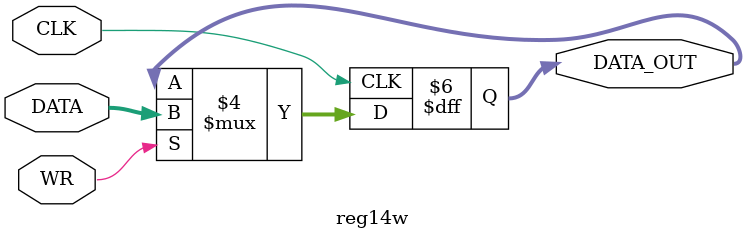
<source format=v>
module reg14w(CLK, WR, DATA, DATA_OUT);

input wire CLK;
input wire [13:0] DATA;
input wire WR;
output reg [13:0] DATA_OUT;

initial begin
	DATA_OUT <= 14'd0;
end

always @ (posedge CLK) begin
	if (WR==1) begin
		DATA_OUT <= DATA;
	end
end

endmodule
</source>
